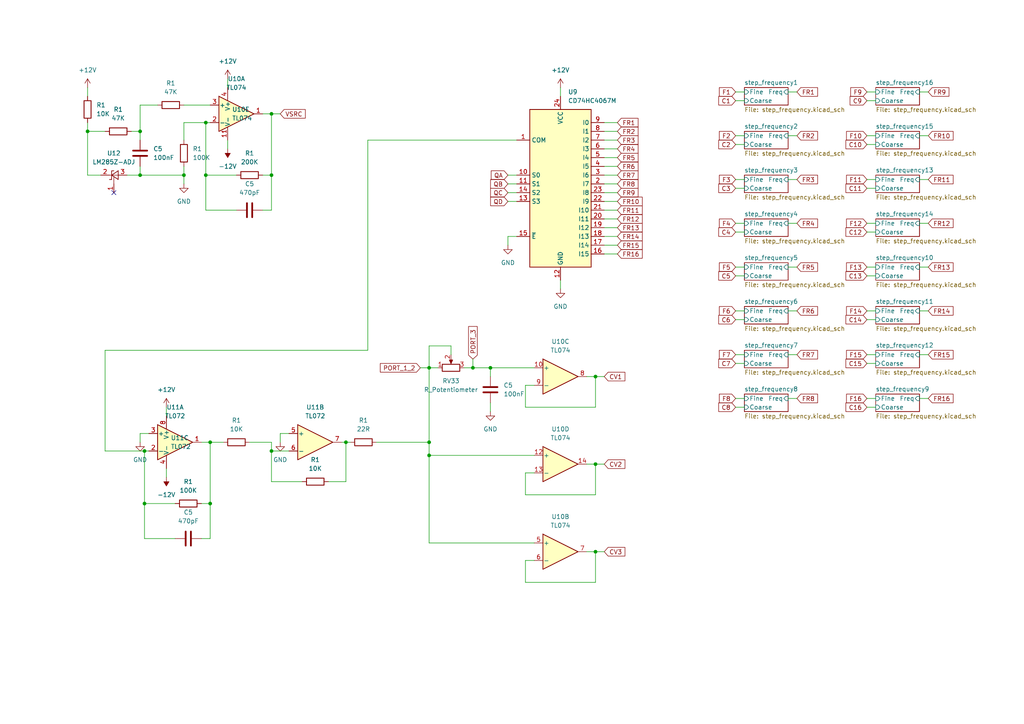
<source format=kicad_sch>
(kicad_sch (version 20230121) (generator eeschema)
  (paper "A4")
  (lib_symbols
    (symbol "74xx:CD74HC4067M"
      (property "Reference" "U" (at -8.89 22.86 0))
      (property "Value" "CD74HC4067M" (at 1.27 22.86 0))
      (symbol "CD74HC4067M_0_1"
        (rectangle (start -8.89 21.59) (end 8.89 -24.13) (stroke (width 0.254)) (fill (type background)))
      )
      (symbol "CD74HC4067M_1_1"
        (pin passive line (at -12.7 12.7 0) (length 3.81) (name "COM") (number "1"))
        (pin input line (at -12.7 2.54 0) (length 3.81) (name "S0") (number "10"))
        (pin input line (at -12.7 0 0) (length 3.81) (name "S1") (number "11"))
        (pin power_in line (at 0 -27.94 90) (length 3.81) (name "GND") (number "12"))
        (pin input line (at -12.7 -5.08 0) (length 3.81) (name "S3") (number "13"))
        (pin input line (at -12.7 -2.54 0) (length 3.81) (name "S2") (number "14"))
        (pin input line (at -12.7 -15.24 0) (length 3.81) (name "~{E}") (number "15"))
        (pin passive line (at 12.7 -20.32 180) (length 3.81) (name "I15") (number "16"))
        (pin passive line (at 12.7 -17.78 180) (length 3.81) (name "I14") (number "17"))
        (pin passive line (at 12.7 -15.24 180) (length 3.81) (name "I13") (number "18"))
        (pin passive line (at 12.7 -12.7 180) (length 3.81) (name "I12") (number "19"))
        (pin passive line (at 12.7 0 180) (length 3.81) (name "I7") (number "2"))
        (pin passive line (at 12.7 -10.16 180) (length 3.81) (name "I11") (number "20"))
        (pin passive line (at 12.7 -7.62 180) (length 3.81) (name "I10") (number "21"))
        (pin passive line (at 12.7 -5.08 180) (length 3.81) (name "I9") (number "22"))
        (pin passive line (at 12.7 -2.54 180) (length 3.81) (name "I8") (number "23"))
        (pin power_in line (at 0 25.4 270) (length 3.81) (name "VCC") (number "24"))
        (pin passive line (at 12.7 2.54 180) (length 3.81) (name "I6") (number "3"))
        (pin passive line (at 12.7 5.08 180) (length 3.81) (name "I5") (number "4"))
        (pin passive line (at 12.7 7.62 180) (length 3.81) (name "I4") (number "5"))
        (pin passive line (at 12.7 10.16 180) (length 3.81) (name "I3") (number "6"))
        (pin passive line (at 12.7 12.7 180) (length 3.81) (name "I2") (number "7"))
        (pin passive line (at 12.7 15.24 180) (length 3.81) (name "I1") (number "8"))
        (pin passive line (at 12.7 17.78 180) (length 3.81) (name "I0") (number "9"))
      )
    )
    (symbol "Amplifier_Operational:TL072" (pin_names (offset 0.127))
      (property "Reference" "U" (at 0 5.08 0))
      (property "Value" "TL072" (at 0 -5.08 0))
      (symbol "TL072_1_1"
        (polyline (pts (xy -5.08 5.08) (xy 5.08 0) (xy -5.08 -5.08) (xy -5.08 5.08)) (stroke (width 0.254)) (fill (type background)))
        (pin output line (at 7.62 0 180) (length 2.54) (name "~") (number "1"))
        (pin input line (at -7.62 -2.54 0) (length 2.54) (name "-") (number "2"))
        (pin input line (at -7.62 2.54 0) (length 2.54) (name "+") (number "3"))
      )
      (symbol "TL072_2_1"
        (polyline (pts (xy -5.08 5.08) (xy 5.08 0) (xy -5.08 -5.08) (xy -5.08 5.08)) (stroke (width 0.254)) (fill (type background)))
        (pin input line (at -7.62 2.54 0) (length 2.54) (name "+") (number "5"))
        (pin input line (at -7.62 -2.54 0) (length 2.54) (name "-") (number "6"))
        (pin output line (at 7.62 0 180) (length 2.54) (name "~") (number "7"))
      )
      (symbol "TL072_3_1"
        (pin power_in line (at -2.54 -7.62 90) (length 3.81) (name "V-") (number "4"))
        (pin power_in line (at -2.54 7.62 270) (length 3.81) (name "V+") (number "8"))
      )
    )
    (symbol "Amplifier_Operational:TL074" (pin_names (offset 0.127))
      (property "Reference" "U" (at 0 5.08 0))
      (property "Value" "TL074" (at 0 -5.08 0))
      (symbol "TL074_1_1"
        (polyline (pts (xy -5.08 5.08) (xy 5.08 0) (xy -5.08 -5.08) (xy -5.08 5.08)) (stroke (width 0.254)) (fill (type background)))
        (pin output line (at 7.62 0 180) (length 2.54) (name "~") (number "1"))
        (pin input line (at -7.62 -2.54 0) (length 2.54) (name "-") (number "2"))
        (pin input line (at -7.62 2.54 0) (length 2.54) (name "+") (number "3"))
      )
      (symbol "TL074_2_1"
        (polyline (pts (xy -5.08 5.08) (xy 5.08 0) (xy -5.08 -5.08) (xy -5.08 5.08)) (stroke (width 0.254)) (fill (type background)))
        (pin input line (at -7.62 2.54 0) (length 2.54) (name "+") (number "5"))
        (pin input line (at -7.62 -2.54 0) (length 2.54) (name "-") (number "6"))
        (pin output line (at 7.62 0 180) (length 2.54) (name "~") (number "7"))
      )
      (symbol "TL074_3_1"
        (polyline (pts (xy -5.08 5.08) (xy 5.08 0) (xy -5.08 -5.08) (xy -5.08 5.08)) (stroke (width 0.254)) (fill (type background)))
        (pin input line (at -7.62 2.54 0) (length 2.54) (name "+") (number "10"))
        (pin output line (at 7.62 0 180) (length 2.54) (name "~") (number "8"))
        (pin input line (at -7.62 -2.54 0) (length 2.54) (name "-") (number "9"))
      )
      (symbol "TL074_4_1"
        (polyline (pts (xy -5.08 5.08) (xy 5.08 0) (xy -5.08 -5.08) (xy -5.08 5.08)) (stroke (width 0.254)) (fill (type background)))
        (pin input line (at -7.62 2.54 0) (length 2.54) (name "+") (number "12"))
        (pin input line (at -7.62 -2.54 0) (length 2.54) (name "-") (number "13"))
        (pin output line (at 7.62 0 180) (length 2.54) (name "~") (number "14"))
      )
      (symbol "TL074_5_1"
        (pin power_in line (at -2.54 -7.62 90) (length 3.81) (name "V-") (number "11"))
        (pin power_in line (at -2.54 7.62 270) (length 3.81) (name "V+") (number "4"))
      )
    )
    (symbol "Device:C" (pin_numbers hide) (pin_names (offset 0.254))
      (property "Reference" "C" (at 0.635 2.54 0))
      (property "Value" "C" (at 0.635 -2.54 0))
      (symbol "C_0_1"
        (polyline (pts (xy -2.032 -0.762) (xy 2.032 -0.762)) (stroke (width 0.508)))
        (polyline (pts (xy -2.032 0.762) (xy 2.032 0.762)) (stroke (width 0.508)))
      )
      (symbol "C_1_1"
        (pin passive line (at 0 3.81 270) (length 2.794) (name "~") (number "1"))
        (pin passive line (at 0 -3.81 90) (length 2.794) (name "~") (number "2"))
      )
    )
    (symbol "Device:R" (pin_numbers hide) (pin_names (offset 0))
      (property "Reference" "R" (at 2.032 0 90))
      (property "Value" "R" (at 0 0 90))
      (symbol "R_0_1"
        (rectangle (start -1.016 -2.54) (end 1.016 2.54) (stroke (width 0.254)))
      )
      (symbol "R_1_1"
        (pin passive line (at 0 3.81 270) (length 1.27) (name "~") (number "1"))
        (pin passive line (at 0 -3.81 90) (length 1.27) (name "~") (number "2"))
      )
    )
    (symbol "Device:R_Potentiometer" (pin_names (offset 1.016) hide)
      (property "Reference" "RV" (at -4.445 0 90))
      (property "Value" "R_Potentiometer" (at -2.54 0 90))
      (symbol "R_Potentiometer_0_1"
        (polyline (pts (xy 2.54 0) (xy 1.524 0)))
        (polyline (pts (xy 1.143 0) (xy 2.286 0.508) (xy 2.286 -0.508) (xy 1.143 0)) (fill (type outline)))
        (rectangle (start 1.016 2.54) (end -1.016 -2.54) (stroke (width 0.254)))
      )
      (symbol "R_Potentiometer_1_1"
        (pin passive line (at 0 3.81 270) (length 1.27) (name "1") (number "1"))
        (pin passive line (at 3.81 0 180) (length 1.27) (name "2") (number "2"))
        (pin passive line (at 0 -3.81 90) (length 1.27) (name "3") (number "3"))
      )
    )
    (symbol "Reference_Voltage:LM285Z-ADJ" (pin_names (offset 0.0254) hide)
      (property "Reference" "U" (at 1.905 3.81 0))
      (property "Value" "LM285Z-ADJ" (at 0 -3.175 0))
      (symbol "LM285Z-ADJ_0_1"
        (polyline (pts (xy 0 2.54) (xy 0 0.381)))
        (polyline (pts (xy -1.27 0) (xy 0 0) (xy 1.27 0)))
        (polyline (pts (xy -1.27 -1.27) (xy 0.635 0) (xy -1.27 1.27) (xy -1.27 -1.27)) (stroke (width 0.2032)))
        (polyline (pts (xy 0 -1.27) (xy 0.635 -1.27) (xy 0.635 1.27) (xy 1.27 1.27)) (stroke (width 0.2032)))
      )
      (symbol "LM285Z-ADJ_1_1"
        (pin input line (at 0 5.08 270) (length 2.54) (name "FB") (number "1"))
        (pin passive line (at 3.81 0 180) (length 2.54) (name "K") (number "2"))
        (pin passive line (at -3.81 0 0) (length 2.54) (name "A") (number "3"))
      )
    )
    (symbol "power:+12V" (power) (pin_names (offset 0))
      (property "Value" "+12V" (at 0 3.556 0))
      (symbol "+12V_0_1"
        (polyline (pts (xy -0.762 1.27) (xy 0 2.54)))
        (polyline (pts (xy 0 0) (xy 0 2.54)))
        (polyline (pts (xy 0 2.54) (xy 0.762 1.27)))
      )
      (symbol "+12V_1_1"
        (pin power_in line (at 0 0 90) (length 0) hide (name "+12V") (number "1"))
      )
    )
    (symbol "power:-12V" (power) (pin_names (offset 0))
      (property "Value" "-12V" (at 0 3.81 0))
      (symbol "-12V_0_0"
        (pin power_in line (at 0 0 90) (length 0) hide (name "-12V") (number "1"))
      )
      (symbol "-12V_0_1"
        (polyline (pts (xy 0 0) (xy 0 1.27) (xy 0.762 1.27) (xy 0 2.54) (xy -0.762 1.27) (xy 0 1.27)) (fill (type outline)))
      )
    )
    (symbol "power:GND" (power) (pin_names (offset 0))
      (property "Value" "GND" (at 0 -3.81 0))
      (symbol "GND_0_1"
        (polyline (pts (xy 0 0) (xy 0 -1.27) (xy 1.27 -1.27) (xy 0 -2.54) (xy -1.27 -1.27) (xy 0 -1.27)))
      )
      (symbol "GND_1_1"
        (pin power_in line (at 0 0 270) (length 0) hide (name "GND") (number "1"))
      )
    )
  )
  (junction (at 124.46 128.27))
  (junction (at 59.69 50.8))
  (junction (at 172.72 160.02))
  (junction (at 78.74 130.81))
  (junction (at 59.69 35.56))
  (junction (at 53.34 50.8))
  (junction (at 142.24 106.68))
  (junction (at 100.33 128.27))
  (junction (at 40.64 50.8))
  (junction (at 124.46 132.08))
  (junction (at 60.96 128.27))
  (junction (at 78.74 33.02))
  (junction (at 41.91 130.81))
  (junction (at 137.16 106.68))
  (junction (at 124.46 106.68))
  (junction (at 172.72 109.22))
  (junction (at 172.72 134.62))
  (junction (at 40.64 38.1))
  (junction (at 78.74 50.8))
  (junction (at 60.96 146.05))
  (junction (at 41.91 146.05))
  (junction (at 25.4 38.1))
  (no_connect (at 33.02 55.88))
  (wire (pts (xy 175.26 55.88) (xy 179.07 55.88)))
  (wire (pts (xy 60.96 156.21) (xy 60.96 146.05)))
  (wire (pts (xy 59.69 35.56) (xy 53.34 35.56)))
  (wire (pts (xy 124.46 128.27) (xy 124.46 132.08)))
  (wire (pts (xy 175.26 45.72) (xy 179.07 45.72)))
  (wire (pts (xy 40.64 125.73) (xy 40.64 128.27)))
  (wire (pts (xy 130.81 102.87) (xy 130.81 100.33)))
  (wire (pts (xy 266.7 39.37) (xy 269.24 39.37)))
  (wire (pts (xy 213.36 102.87) (xy 215.9 102.87)))
  (wire (pts (xy 251.46 39.37) (xy 254 39.37)))
  (wire (pts (xy 172.72 118.11) (xy 172.72 109.22)))
  (wire (pts (xy 53.34 50.8) (xy 53.34 53.34)))
  (wire (pts (xy 152.4 118.11) (xy 172.72 118.11)))
  (wire (pts (xy 228.6 77.47) (xy 231.14 77.47)))
  (wire (pts (xy 152.4 111.76) (xy 152.4 118.11)))
  (wire (pts (xy 213.36 105.41) (xy 215.9 105.41)))
  (wire (pts (xy 147.32 53.34) (xy 149.86 53.34)))
  (wire (pts (xy 213.36 80.01) (xy 215.9 80.01)))
  (wire (pts (xy 251.46 102.87) (xy 254 102.87)))
  (wire (pts (xy 251.46 80.01) (xy 254 80.01)))
  (wire (pts (xy 228.6 26.67) (xy 231.14 26.67)))
  (wire (pts (xy 228.6 64.77) (xy 231.14 64.77)))
  (wire (pts (xy 72.39 128.27) (xy 78.74 128.27)))
  (wire (pts (xy 147.32 55.88) (xy 149.86 55.88)))
  (wire (pts (xy 127 106.68) (xy 124.46 106.68)))
  (wire (pts (xy 213.36 77.47) (xy 215.9 77.47)))
  (wire (pts (xy 213.36 29.21) (xy 215.9 29.21)))
  (wire (pts (xy 53.34 30.48) (xy 60.96 30.48)))
  (wire (pts (xy 172.72 134.62) (xy 175.26 134.62)))
  (wire (pts (xy 60.96 128.27) (xy 64.77 128.27)))
  (wire (pts (xy 124.46 132.08) (xy 154.94 132.08)))
  (wire (pts (xy 66.04 22.86) (xy 66.04 25.4)))
  (wire (pts (xy 147.32 58.42) (xy 149.86 58.42)))
  (wire (pts (xy 152.4 137.16) (xy 152.4 143.51)))
  (wire (pts (xy 251.46 67.31) (xy 254 67.31)))
  (wire (pts (xy 154.94 137.16) (xy 152.4 137.16)))
  (wire (pts (xy 154.94 162.56) (xy 152.4 162.56)))
  (wire (pts (xy 251.46 118.11) (xy 254 118.11)))
  (wire (pts (xy 251.46 105.41) (xy 254 105.41)))
  (wire (pts (xy 53.34 35.56) (xy 53.34 40.64)))
  (wire (pts (xy 152.4 162.56) (xy 152.4 168.91)))
  (wire (pts (xy 109.22 128.27) (xy 124.46 128.27)))
  (wire (pts (xy 213.36 39.37) (xy 215.9 39.37)))
  (wire (pts (xy 152.4 143.51) (xy 172.72 143.51)))
  (wire (pts (xy 213.36 54.61) (xy 215.9 54.61)))
  (wire (pts (xy 251.46 26.67) (xy 254 26.67)))
  (wire (pts (xy 25.4 50.8) (xy 25.4 38.1)))
  (wire (pts (xy 213.36 41.91) (xy 215.9 41.91)))
  (wire (pts (xy 266.7 26.67) (xy 269.24 26.67)))
  (wire (pts (xy 76.2 50.8) (xy 78.74 50.8)))
  (wire (pts (xy 30.48 101.6) (xy 30.48 130.81)))
  (wire (pts (xy 213.36 118.11) (xy 215.9 118.11)))
  (wire (pts (xy 172.72 109.22) (xy 175.26 109.22)))
  (wire (pts (xy 50.8 156.21) (xy 41.91 156.21)))
  (wire (pts (xy 100.33 139.7) (xy 100.33 128.27)))
  (wire (pts (xy 251.46 52.07) (xy 254 52.07)))
  (wire (pts (xy 251.46 41.91) (xy 254 41.91)))
  (wire (pts (xy 124.46 157.48) (xy 154.94 157.48)))
  (wire (pts (xy 266.7 64.77) (xy 269.24 64.77)))
  (wire (pts (xy 87.63 139.7) (xy 78.74 139.7)))
  (wire (pts (xy 25.4 38.1) (xy 25.4 35.56)))
  (wire (pts (xy 137.16 106.68) (xy 142.24 106.68)))
  (wire (pts (xy 60.96 128.27) (xy 58.42 128.27)))
  (wire (pts (xy 59.69 60.96) (xy 59.69 50.8)))
  (wire (pts (xy 45.72 30.48) (xy 40.64 30.48)))
  (wire (pts (xy 147.32 68.58) (xy 147.32 71.12)))
  (wire (pts (xy 40.64 38.1) (xy 38.1 38.1)))
  (wire (pts (xy 152.4 168.91) (xy 172.72 168.91)))
  (wire (pts (xy 60.96 35.56) (xy 59.69 35.56)))
  (wire (pts (xy 213.36 52.07) (xy 215.9 52.07)))
  (wire (pts (xy 40.64 30.48) (xy 40.64 38.1)))
  (wire (pts (xy 25.4 25.4) (xy 25.4 27.94)))
  (wire (pts (xy 266.7 52.07) (xy 269.24 52.07)))
  (wire (pts (xy 106.68 40.64) (xy 106.68 101.6)))
  (wire (pts (xy 162.56 25.4) (xy 162.56 27.94)))
  (wire (pts (xy 213.36 115.57) (xy 215.9 115.57)))
  (wire (pts (xy 175.26 35.56) (xy 179.07 35.56)))
  (wire (pts (xy 172.72 109.22) (xy 170.18 109.22)))
  (wire (pts (xy 175.26 71.12) (xy 179.07 71.12)))
  (wire (pts (xy 99.06 128.27) (xy 100.33 128.27)))
  (wire (pts (xy 29.21 50.8) (xy 25.4 50.8)))
  (wire (pts (xy 266.7 90.17) (xy 269.24 90.17)))
  (wire (pts (xy 175.26 40.64) (xy 179.07 40.64)))
  (wire (pts (xy 48.26 118.11) (xy 48.26 120.65)))
  (wire (pts (xy 48.26 135.89) (xy 48.26 138.43)))
  (wire (pts (xy 228.6 90.17) (xy 231.14 90.17)))
  (wire (pts (xy 213.36 26.67) (xy 215.9 26.67)))
  (wire (pts (xy 213.36 64.77) (xy 215.9 64.77)))
  (wire (pts (xy 66.04 40.64) (xy 66.04 43.18)))
  (wire (pts (xy 58.42 156.21) (xy 60.96 156.21)))
  (wire (pts (xy 78.74 33.02) (xy 81.28 33.02)))
  (wire (pts (xy 149.86 68.58) (xy 147.32 68.58)))
  (wire (pts (xy 213.36 92.71) (xy 215.9 92.71)))
  (wire (pts (xy 266.7 77.47) (xy 269.24 77.47)))
  (wire (pts (xy 251.46 90.17) (xy 254 90.17)))
  (wire (pts (xy 59.69 50.8) (xy 68.58 50.8)))
  (wire (pts (xy 40.64 40.64) (xy 40.64 38.1)))
  (wire (pts (xy 266.7 115.57) (xy 269.24 115.57)))
  (wire (pts (xy 175.26 68.58) (xy 179.07 68.58)))
  (wire (pts (xy 59.69 50.8) (xy 59.69 35.56)))
  (wire (pts (xy 142.24 106.68) (xy 142.24 109.22)))
  (wire (pts (xy 175.26 73.66) (xy 179.07 73.66)))
  (wire (pts (xy 68.58 60.96) (xy 59.69 60.96)))
  (wire (pts (xy 76.2 60.96) (xy 78.74 60.96)))
  (wire (pts (xy 175.26 43.18) (xy 179.07 43.18)))
  (wire (pts (xy 251.46 77.47) (xy 254 77.47)))
  (wire (pts (xy 36.83 50.8) (xy 40.64 50.8)))
  (wire (pts (xy 172.72 160.02) (xy 175.26 160.02)))
  (wire (pts (xy 40.64 48.26) (xy 40.64 50.8)))
  (wire (pts (xy 175.26 53.34) (xy 179.07 53.34)))
  (wire (pts (xy 41.91 130.81) (xy 43.18 130.81)))
  (wire (pts (xy 124.46 132.08) (xy 124.46 157.48)))
  (wire (pts (xy 175.26 60.96) (xy 179.07 60.96)))
  (wire (pts (xy 41.91 146.05) (xy 41.91 130.81)))
  (wire (pts (xy 266.7 102.87) (xy 269.24 102.87)))
  (wire (pts (xy 30.48 130.81) (xy 41.91 130.81)))
  (wire (pts (xy 172.72 168.91) (xy 172.72 160.02)))
  (wire (pts (xy 172.72 143.51) (xy 172.72 134.62)))
  (wire (pts (xy 78.74 128.27) (xy 78.74 130.81)))
  (wire (pts (xy 251.46 64.77) (xy 254 64.77)))
  (wire (pts (xy 78.74 130.81) (xy 83.82 130.81)))
  (wire (pts (xy 228.6 39.37) (xy 231.14 39.37)))
  (wire (pts (xy 175.26 58.42) (xy 179.07 58.42)))
  (wire (pts (xy 124.46 100.33) (xy 124.46 106.68)))
  (wire (pts (xy 228.6 52.07) (xy 231.14 52.07)))
  (wire (pts (xy 175.26 50.8) (xy 179.07 50.8)))
  (wire (pts (xy 100.33 128.27) (xy 101.6 128.27)))
  (wire (pts (xy 95.25 139.7) (xy 100.33 139.7)))
  (wire (pts (xy 251.46 29.21) (xy 254 29.21)))
  (wire (pts (xy 213.36 67.31) (xy 215.9 67.31)))
  (wire (pts (xy 154.94 111.76) (xy 152.4 111.76)))
  (wire (pts (xy 78.74 60.96) (xy 78.74 50.8)))
  (wire (pts (xy 137.16 104.14) (xy 137.16 106.68)))
  (wire (pts (xy 251.46 115.57) (xy 254 115.57)))
  (wire (pts (xy 25.4 38.1) (xy 30.48 38.1)))
  (wire (pts (xy 175.26 48.26) (xy 179.07 48.26)))
  (wire (pts (xy 228.6 102.87) (xy 231.14 102.87)))
  (wire (pts (xy 172.72 160.02) (xy 170.18 160.02)))
  (wire (pts (xy 162.56 81.28) (xy 162.56 83.82)))
  (wire (pts (xy 53.34 48.26) (xy 53.34 50.8)))
  (wire (pts (xy 149.86 40.64) (xy 106.68 40.64)))
  (wire (pts (xy 134.62 106.68) (xy 137.16 106.68)))
  (wire (pts (xy 50.8 146.05) (xy 41.91 146.05)))
  (wire (pts (xy 142.24 106.68) (xy 154.94 106.68)))
  (wire (pts (xy 40.64 50.8) (xy 53.34 50.8)))
  (wire (pts (xy 41.91 156.21) (xy 41.91 146.05)))
  (wire (pts (xy 78.74 139.7) (xy 78.74 130.81)))
  (wire (pts (xy 78.74 50.8) (xy 78.74 33.02)))
  (wire (pts (xy 213.36 90.17) (xy 215.9 90.17)))
  (wire (pts (xy 83.82 125.73) (xy 81.28 125.73)))
  (wire (pts (xy 228.6 115.57) (xy 231.14 115.57)))
  (wire (pts (xy 175.26 63.5) (xy 179.07 63.5)))
  (wire (pts (xy 175.26 38.1) (xy 179.07 38.1)))
  (wire (pts (xy 251.46 92.71) (xy 254 92.71)))
  (wire (pts (xy 147.32 50.8) (xy 149.86 50.8)))
  (wire (pts (xy 60.96 146.05) (xy 60.96 128.27)))
  (wire (pts (xy 130.81 100.33) (xy 124.46 100.33)))
  (wire (pts (xy 142.24 116.84) (xy 142.24 119.38)))
  (wire (pts (xy 124.46 106.68) (xy 124.46 128.27)))
  (wire (pts (xy 251.46 54.61) (xy 254 54.61)))
  (wire (pts (xy 81.28 125.73) (xy 81.28 128.27)))
  (wire (pts (xy 43.18 125.73) (xy 40.64 125.73)))
  (wire (pts (xy 78.74 33.02) (xy 76.2 33.02)))
  (wire (pts (xy 106.68 101.6) (xy 30.48 101.6)))
  (wire (pts (xy 121.92 106.68) (xy 124.46 106.68)))
  (wire (pts (xy 172.72 134.62) (xy 170.18 134.62)))
  (wire (pts (xy 58.42 146.05) (xy 60.96 146.05)))
  (wire (pts (xy 175.26 66.04) (xy 179.07 66.04)))
  (global_label "FR14" (shape input) (at 179.07 68.58 0) (property "Intersheetrefs" "${INTERSHEET_REFS}" (effects hide)))
  (global_label "FR6" (shape input) (at 179.07 48.26 0) (property "Intersheetrefs" "${INTERSHEET_REFS}" (effects hide)))
  (global_label "FR16" (shape input) (at 179.07 73.66 0) (property "Intersheetrefs" "${INTERSHEET_REFS}" (effects hide)))
  (global_label "FR11" (shape input) (at 179.07 60.96 0) (property "Intersheetrefs" "${INTERSHEET_REFS}" (effects hide)))
  (global_label "VSRC" (shape input) (at 81.28 33.02 0) (property "Intersheetrefs" "${INTERSHEET_REFS}" (effects hide)))
  (global_label "FR11" (shape input) (at 269.24 52.07 0) (property "Intersheetrefs" "${INTERSHEET_REFS}" (effects hide)))
  (global_label "CV2" (shape input) (at 175.26 134.62 0) (property "Intersheetrefs" "${INTERSHEET_REFS}" (effects hide)))
  (global_label "F4" (shape input) (at 213.36 64.77 180) (property "Intersheetrefs" "${INTERSHEET_REFS}" (effects hide)))
  (global_label "F5" (shape input) (at 213.36 77.47 180) (property "Intersheetrefs" "${INTERSHEET_REFS}" (effects hide)))
  (global_label "C6" (shape input) (at 213.36 92.71 180) (property "Intersheetrefs" "${INTERSHEET_REFS}" (effects hide)))
  (global_label "QC" (shape input) (at 147.32 55.88 180) (property "Intersheetrefs" "${INTERSHEET_REFS}" (effects hide)))
  (global_label "C12" (shape input) (at 251.46 67.31 180) (property "Intersheetrefs" "${INTERSHEET_REFS}" (effects hide)))
  (global_label "FR4" (shape input) (at 231.14 64.77 0) (property "Intersheetrefs" "${INTERSHEET_REFS}" (effects hide)))
  (global_label "F13" (shape input) (at 251.46 77.47 180) (property "Intersheetrefs" "${INTERSHEET_REFS}" (effects hide)))
  (global_label "QA" (shape input) (at 147.32 50.8 180) (property "Intersheetrefs" "${INTERSHEET_REFS}" (effects hide)))
  (global_label "C2" (shape input) (at 213.36 41.91 180) (property "Intersheetrefs" "${INTERSHEET_REFS}" (effects hide)))
  (global_label "FR12" (shape input) (at 179.07 63.5 0) (property "Intersheetrefs" "${INTERSHEET_REFS}" (effects hide)))
  (global_label "FR2" (shape input) (at 179.07 38.1 0) (property "Intersheetrefs" "${INTERSHEET_REFS}" (effects hide)))
  (global_label "F7" (shape input) (at 213.36 102.87 180) (property "Intersheetrefs" "${INTERSHEET_REFS}" (effects hide)))
  (global_label "FR16" (shape input) (at 269.24 115.57 0) (property "Intersheetrefs" "${INTERSHEET_REFS}" (effects hide)))
  (global_label "F11" (shape input) (at 251.46 52.07 180) (property "Intersheetrefs" "${INTERSHEET_REFS}" (effects hide)))
  (global_label "C14" (shape input) (at 251.46 92.71 180) (property "Intersheetrefs" "${INTERSHEET_REFS}" (effects hide)))
  (global_label "CV1" (shape input) (at 175.26 109.22 0) (property "Intersheetrefs" "${INTERSHEET_REFS}" (effects hide)))
  (global_label "C16" (shape input) (at 251.46 118.11 180) (property "Intersheetrefs" "${INTERSHEET_REFS}" (effects hide)))
  (global_label "FR9" (shape input) (at 269.24 26.67 0) (property "Intersheetrefs" "${INTERSHEET_REFS}" (effects hide)))
  (global_label "FR3" (shape input) (at 231.14 52.07 0) (property "Intersheetrefs" "${INTERSHEET_REFS}" (effects hide)))
  (global_label "FR12" (shape input) (at 269.24 64.77 0) (property "Intersheetrefs" "${INTERSHEET_REFS}" (effects hide)))
  (global_label "F10" (shape input) (at 251.46 39.37 180) (property "Intersheetrefs" "${INTERSHEET_REFS}" (effects hide)))
  (global_label "F3" (shape input) (at 213.36 52.07 180) (property "Intersheetrefs" "${INTERSHEET_REFS}" (effects hide)))
  (global_label "F12" (shape input) (at 251.46 64.77 180) (property "Intersheetrefs" "${INTERSHEET_REFS}" (effects hide)))
  (global_label "FR14" (shape input) (at 269.24 90.17 0) (property "Intersheetrefs" "${INTERSHEET_REFS}" (effects hide)))
  (global_label "PORT_1_2" (shape input) (at 121.92 106.68 180) (property "Intersheetrefs" "${INTERSHEET_REFS}" (effects hide)))
  (global_label "C15" (shape input) (at 251.46 105.41 180) (property "Intersheetrefs" "${INTERSHEET_REFS}" (effects hide)))
  (global_label "C3" (shape input) (at 213.36 54.61 180) (property "Intersheetrefs" "${INTERSHEET_REFS}" (effects hide)))
  (global_label "F14" (shape input) (at 251.46 90.17 180) (property "Intersheetrefs" "${INTERSHEET_REFS}" (effects hide)))
  (global_label "FR13" (shape input) (at 179.07 66.04 0) (property "Intersheetrefs" "${INTERSHEET_REFS}" (effects hide)))
  (global_label "FR2" (shape input) (at 231.14 39.37 0) (property "Intersheetrefs" "${INTERSHEET_REFS}" (effects hide)))
  (global_label "F2" (shape input) (at 213.36 39.37 180) (property "Intersheetrefs" "${INTERSHEET_REFS}" (effects hide)))
  (global_label "FR13" (shape input) (at 269.24 77.47 0) (property "Intersheetrefs" "${INTERSHEET_REFS}" (effects hide)))
  (global_label "FR4" (shape input) (at 179.07 43.18 0) (property "Intersheetrefs" "${INTERSHEET_REFS}" (effects hide)))
  (global_label "C10" (shape input) (at 251.46 41.91 180) (property "Intersheetrefs" "${INTERSHEET_REFS}" (effects hide)))
  (global_label "FR5" (shape input) (at 179.07 45.72 0) (property "Intersheetrefs" "${INTERSHEET_REFS}" (effects hide)))
  (global_label "QD" (shape input) (at 147.32 58.42 180) (property "Intersheetrefs" "${INTERSHEET_REFS}" (effects hide)))
  (global_label "FR1" (shape input) (at 179.07 35.56 0) (property "Intersheetrefs" "${INTERSHEET_REFS}" (effects hide)))
  (global_label "FR7" (shape input) (at 231.14 102.87 0) (property "Intersheetrefs" "${INTERSHEET_REFS}" (effects hide)))
  (global_label "FR5" (shape input) (at 231.14 77.47 0) (property "Intersheetrefs" "${INTERSHEET_REFS}" (effects hide)))
  (global_label "FR10" (shape input) (at 179.07 58.42 0) (property "Intersheetrefs" "${INTERSHEET_REFS}" (effects hide)))
  (global_label "C11" (shape input) (at 251.46 54.61 180) (property "Intersheetrefs" "${INTERSHEET_REFS}" (effects hide)))
  (global_label "FR15" (shape input) (at 179.07 71.12 0) (property "Intersheetrefs" "${INTERSHEET_REFS}" (effects hide)))
  (global_label "FR10" (shape input) (at 269.24 39.37 0) (property "Intersheetrefs" "${INTERSHEET_REFS}" (effects hide)))
  (global_label "F16" (shape input) (at 251.46 115.57 180) (property "Intersheetrefs" "${INTERSHEET_REFS}" (effects hide)))
  (global_label "C8" (shape input) (at 213.36 118.11 180) (property "Intersheetrefs" "${INTERSHEET_REFS}" (effects hide)))
  (global_label "F9" (shape input) (at 251.46 26.67 180) (property "Intersheetrefs" "${INTERSHEET_REFS}" (effects hide)))
  (global_label "FR6" (shape input) (at 231.14 90.17 0) (property "Intersheetrefs" "${INTERSHEET_REFS}" (effects hide)))
  (global_label "FR15" (shape input) (at 269.24 102.87 0) (property "Intersheetrefs" "${INTERSHEET_REFS}" (effects hide)))
  (global_label "PORT_3" (shape input) (at 137.16 104.14 90) (property "Intersheetrefs" "${INTERSHEET_REFS}" (effects hide)))
  (global_label "F1" (shape input) (at 213.36 26.67 180) (property "Intersheetrefs" "${INTERSHEET_REFS}" (effects hide)))
  (global_label "FR9" (shape input) (at 179.07 55.88 0) (property "Intersheetrefs" "${INTERSHEET_REFS}" (effects hide)))
  (global_label "CV3" (shape input) (at 175.26 160.02 0) (property "Intersheetrefs" "${INTERSHEET_REFS}" (effects hide)))
  (global_label "F8" (shape input) (at 213.36 115.57 180) (property "Intersheetrefs" "${INTERSHEET_REFS}" (effects hide)))
  (global_label "C5" (shape input) (at 213.36 80.01 180) (property "Intersheetrefs" "${INTERSHEET_REFS}" (effects hide)))
  (global_label "FR1" (shape input) (at 231.14 26.67 0) (property "Intersheetrefs" "${INTERSHEET_REFS}" (effects hide)))
  (global_label "C4" (shape input) (at 213.36 67.31 180) (property "Intersheetrefs" "${INTERSHEET_REFS}" (effects hide)))
  (global_label "C7" (shape input) (at 213.36 105.41 180) (property "Intersheetrefs" "${INTERSHEET_REFS}" (effects hide)))
  (global_label "FR7" (shape input) (at 179.07 50.8 0) (property "Intersheetrefs" "${INTERSHEET_REFS}" (effects hide)))
  (global_label "QB" (shape input) (at 147.32 53.34 180) (property "Intersheetrefs" "${INTERSHEET_REFS}" (effects hide)))
  (global_label "C13" (shape input) (at 251.46 80.01 180) (property "Intersheetrefs" "${INTERSHEET_REFS}" (effects hide)))
  (global_label "F15" (shape input) (at 251.46 102.87 180) (property "Intersheetrefs" "${INTERSHEET_REFS}" (effects hide)))
  (global_label "C9" (shape input) (at 251.46 29.21 180) (property "Intersheetrefs" "${INTERSHEET_REFS}" (effects hide)))
  (global_label "C1" (shape input) (at 213.36 29.21 180) (property "Intersheetrefs" "${INTERSHEET_REFS}" (effects hide)))
  (global_label "FR8" (shape input) (at 231.14 115.57 0) (property "Intersheetrefs" "${INTERSHEET_REFS}" (effects hide)))
  (global_label "FR8" (shape input) (at 179.07 53.34 0) (property "Intersheetrefs" "${INTERSHEET_REFS}" (effects hide)))
  (global_label "F6" (shape input) (at 213.36 90.17 180) (property "Intersheetrefs" "${INTERSHEET_REFS}" (effects hide)))
  (global_label "FR3" (shape input) (at 179.07 40.64 0) (property "Intersheetrefs" "${INTERSHEET_REFS}" (effects hide)))
  (symbol (lib_id "Amplifier_Operational:TL074") (at 68.58 33.02 0) (unit 5)
    (property "Reference" "U10" (at 67.31 31.75 0) (effects (justify left)))
    (property "Value" "TL074" (at 67.31 34.29 0) (effects (justify left)))
    (property "Footprint" "Package_DIP:DIP-14_W7.62mm_Socket_LongPads" (effects hide))
    (property "Datasheet" "http://www.ti.com/lit/ds/symlink/tl071.pdf" (effects hide))
  )
  (symbol (lib_id "Amplifier_Operational:TL074") (at 162.56 134.62 0) (unit 4)
    (property "Reference" "U10" (at 162.56 124.46 0))
    (property "Value" "TL074" (at 162.56 127 0))
    (property "Footprint" "Package_DIP:DIP-14_W7.62mm_Socket_LongPads" (effects hide))
    (property "Datasheet" "http://www.ti.com/lit/ds/symlink/tl071.pdf" (effects hide))
  )
  (symbol (lib_id "Amplifier_Operational:TL072") (at 50.8 128.27 0) (unit 3)
    (property "Reference" "U11" (at 49.53 127 0) (effects (justify left)))
    (property "Value" "TL072" (at 49.53 129.54 0) (effects (justify left)))
    (property "Footprint" "Package_DIP:DIP-8_W7.62mm_Socket_LongPads" (effects hide))
    (property "Datasheet" "http://www.ti.com/lit/ds/symlink/tl071.pdf" (effects hide))
  )
  (symbol (lib_id "Device:R") (at 34.29 38.1 270) (unit 1)
    (property "Reference" "R1" (at 34.29 31.75 90))
    (property "Value" "47K" (at 34.29 34.29 90))
    (property "Footprint" "Library:R_Axial_DIN0207_L6.3mm_D2.5mm_P7.62mm_Horizontal" (effects hide))
    (instances (project "Sequencer" (path "" (reference "R1") (unit 1)) (path "" (reference "R7") (unit 1)) (path "" (reference "R80") (unit 1))))
  )
  (symbol (lib_id "Amplifier_Operational:TL074") (at 162.56 160.02 0) (unit 2)
    (property "Reference" "U10" (at 162.56 149.86 0))
    (property "Value" "TL074" (at 162.56 152.4 0))
    (property "Footprint" "Package_DIP:DIP-14_W7.62mm_Socket_LongPads" (effects hide))
    (property "Datasheet" "http://www.ti.com/lit/ds/symlink/tl071.pdf" (effects hide))
  )
  (symbol (lib_id "Amplifier_Operational:TL074") (at 162.56 109.22 0) (unit 3)
    (property "Reference" "U10" (at 162.56 99.06 0))
    (property "Value" "TL074" (at 162.56 101.6 0))
    (property "Footprint" "Package_DIP:DIP-14_W7.62mm_Socket_LongPads" (effects hide))
    (property "Datasheet" "http://www.ti.com/lit/ds/symlink/tl071.pdf" (effects hide))
  )
  (symbol (lib_id "Device:R_Potentiometer") (at 130.81 106.68 90) (unit 1) (on_board no)
    (property "Reference" "RV33" (at 130.81 110.49 90))
    (property "Value" "R_Potentiometer" (at 130.81 113.03 90))
  )
  (symbol (lib_id "power:GND") (at 53.34 53.34 0) (unit 1)
    (property "Reference" "#PWR0106" (effects hide))
    (property "Value" "GND" (at 53.34 58.42 0))
  )
  (symbol (lib_id "power:+12V") (at 66.04 22.86 0) (unit 1)
    (property "Reference" "#PWR0107" (effects hide))
    (property "Value" "+12V" (at 66.04 17.78 0))
  )
  (symbol (lib_id "Device:C") (at 72.39 60.96 270) (unit 1)
    (property "Reference" "C5" (at 72.39 53.34 90))
    (property "Value" "470pF" (at 72.39 55.88 90))
    (property "Footprint" "Capacitor_THT:C_Disc_D5.0mm_W2.5mm_P2.50mm" (effects hide))
    (instances (project "Sequencer" (path "" (reference "C5") (unit 1)) (path "" (reference "C2") (unit 1)) (path "" (reference "C14") (unit 1)) (path "" (reference "C25") (unit 1))))
  )
  (symbol (lib_id "power:GND") (at 40.64 128.27 0) (unit 1)
    (property "Reference" "#PWR0111" (effects hide))
    (property "Value" "GND" (at 40.64 133.35 0))
  )
  (symbol (lib_id "power:GND") (at 162.56 83.82 0) (unit 1)
    (property "Reference" "#PWR0101" (effects hide))
    (property "Value" "GND" (at 162.56 88.9 0))
  )
  (symbol (lib_id "power:GND") (at 147.32 71.12 0) (unit 1)
    (property "Reference" "#PWR0103" (effects hide))
    (property "Value" "GND" (at 147.32 76.2 0))
  )
  (symbol (lib_id "Device:C") (at 54.61 156.21 270) (unit 1)
    (property "Reference" "C5" (at 54.61 148.59 90))
    (property "Value" "470pF" (at 54.61 151.13 90))
    (property "Footprint" "Capacitor_THT:C_Disc_D5.0mm_W2.5mm_P2.50mm" (effects hide))
    (instances (project "Sequencer" (path "" (reference "C5") (unit 1)) (path "" (reference "C2") (unit 1)) (path "" (reference "C14") (unit 1)) (path "" (reference "C27") (unit 1))))
  )
  (symbol (lib_id "Amplifier_Operational:TL072") (at 50.8 128.27 0) (unit 1)
    (property "Reference" "U11" (at 50.8 118.11 0))
    (property "Value" "TL072" (at 50.8 120.65 0))
    (property "Footprint" "Package_DIP:DIP-8_W7.62mm_Socket_LongPads" (effects hide))
    (property "Datasheet" "http://www.ti.com/lit/ds/symlink/tl071.pdf" (effects hide))
  )
  (symbol (lib_id "Amplifier_Operational:TL074") (at 68.58 33.02 0) (unit 1)
    (property "Reference" "U10" (at 68.58 22.86 0))
    (property "Value" "TL074" (at 68.58 25.4 0))
    (property "Footprint" "Package_DIP:DIP-14_W7.62mm_Socket_LongPads" (effects hide))
    (property "Datasheet" "http://www.ti.com/lit/ds/symlink/tl071.pdf" (effects hide))
  )
  (symbol (lib_id "Device:R") (at 91.44 139.7 270) (unit 1)
    (property "Reference" "R1" (at 91.44 133.35 90))
    (property "Value" "10K" (at 91.44 135.89 90))
    (property "Footprint" "Library:R_Axial_DIN0207_L6.3mm_D2.5mm_P7.62mm_Horizontal" (effects hide))
    (instances (project "Sequencer" (path "" (reference "R1") (unit 1)) (path "" (reference "R7") (unit 1)) (path "" (reference "R87") (unit 1))))
  )
  (symbol (lib_id "Amplifier_Operational:TL072") (at 91.44 128.27 0) (unit 2)
    (property "Reference" "U11" (at 91.44 118.11 0))
    (property "Value" "TL072" (at 91.44 120.65 0))
    (property "Footprint" "Package_DIP:DIP-8_W7.62mm_Socket_LongPads" (effects hide))
    (property "Datasheet" "http://www.ti.com/lit/ds/symlink/tl071.pdf" (effects hide))
  )
  (symbol (lib_id "power:-12V") (at 66.04 43.18 180) (unit 1)
    (property "Reference" "#PWR0105" (effects hide))
    (property "Value" "-12V" (at 66.04 48.26 0))
  )
  (symbol (lib_id "power:GND") (at 142.24 119.38 0) (unit 1)
    (property "Reference" "#PWR0108" (effects hide))
    (property "Value" "GND" (at 142.24 124.46 0))
  )
  (symbol (lib_id "74xx:CD74HC4067M") (at 162.56 53.34 0) (unit 1)
    (property "Reference" "U9" (at 164.7541 26.67 0) (effects (justify left)))
    (property "Value" "CD74HC4067M" (at 164.7541 29.21 0) (effects (justify left)))
    (property "Footprint" "Package_DIP:DIP-24_W15.24mm_Socket_LongPads" (effects hide))
    (property "Datasheet" "http://www.ti.com/lit/ds/symlink/cd74hc4067.pdf" (effects hide))
  )
  (symbol (lib_id "Device:R") (at 49.53 30.48 270) (unit 1)
    (property "Reference" "R1" (at 49.53 24.13 90))
    (property "Value" "47K" (at 49.53 26.67 90))
    (property "Footprint" "Library:R_Axial_DIN0207_L6.3mm_D2.5mm_P7.62mm_Horizontal" (effects hide))
    (instances (project "Sequencer" (path "" (reference "R1") (unit 1)) (path "" (reference "R7") (unit 1)) (path "" (reference "R81") (unit 1))))
  )
  (symbol (lib_id "Device:R") (at 25.4 31.75 180) (unit 1)
    (property "Reference" "R1" (at 27.94 30.48 0) (effects (justify right)))
    (property "Value" "10K" (at 27.94 33.02 0) (effects (justify right)))
    (property "Footprint" "Library:R_Axial_DIN0207_L6.3mm_D2.5mm_P7.62mm_Horizontal" (effects hide))
    (instances (project "Sequencer" (path "" (reference "R1") (unit 1)) (path "" (reference "R7") (unit 1)) (path "" (reference "R79") (unit 1))))
  )
  (symbol (lib_id "power:-12V") (at 48.26 138.43 180) (unit 1)
    (property "Reference" "#PWR0109" (effects hide))
    (property "Value" "-12V" (at 48.26 143.51 0))
  )
  (symbol (lib_id "Device:R") (at 68.58 128.27 270) (unit 1)
    (property "Reference" "R1" (at 68.58 121.92 90))
    (property "Value" "10K" (at 68.58 124.46 90))
    (property "Footprint" "Library:R_Axial_DIN0207_L6.3mm_D2.5mm_P7.62mm_Horizontal" (effects hide))
    (instances (project "Sequencer" (path "" (reference "R1") (unit 1)) (path "" (reference "R7") (unit 1)) (path "" (reference "R85") (unit 1))))
  )
  (symbol (lib_id "Device:R") (at 53.34 44.45 180) (unit 1)
    (property "Reference" "R1" (at 55.88 43.18 0) (effects (justify right)))
    (property "Value" "100K" (at 55.88 45.72 0) (effects (justify right)))
    (property "Footprint" "Library:R_Axial_DIN0207_L6.3mm_D2.5mm_P7.62mm_Horizontal" (effects hide))
    (instances (project "Sequencer" (path "" (reference "R1") (unit 1)) (path "" (reference "R7") (unit 1)) (path "" (reference "R82") (unit 1))))
  )
  (symbol (lib_id "power:GND") (at 81.28 128.27 0) (unit 1)
    (property "Reference" "#PWR0112" (effects hide))
    (property "Value" "GND" (at 81.28 133.35 0))
  )
  (symbol (lib_id "Device:R") (at 105.41 128.27 270) (unit 1)
    (property "Reference" "R1" (at 105.41 121.92 90))
    (property "Value" "22R" (at 105.41 124.46 90))
    (property "Footprint" "Library:R_Axial_DIN0207_L6.3mm_D2.5mm_P7.62mm_Horizontal" (effects hide))
    (instances (project "Sequencer" (path "" (reference "R1") (unit 1)) (path "" (reference "R7") (unit 1)) (path "" (reference "R86") (unit 1))))
  )
  (symbol (lib_id "power:+12V") (at 25.4 25.4 0) (unit 1)
    (property "Reference" "#PWR0104" (effects hide))
    (property "Value" "+12V" (at 25.4 20.32 0))
  )
  (symbol (lib_id "power:+12V") (at 162.56 25.4 0) (unit 1)
    (property "Reference" "#PWR0102" (effects hide))
    (property "Value" "+12V" (at 162.56 20.32 0))
  )
  (symbol (lib_id "Device:R") (at 72.39 50.8 270) (unit 1)
    (property "Reference" "R1" (at 72.39 44.45 90))
    (property "Value" "200K" (at 72.39 46.99 90))
    (property "Footprint" "Library:R_Axial_DIN0207_L6.3mm_D2.5mm_P7.62mm_Horizontal" (effects hide))
    (instances (project "Sequencer" (path "" (reference "R1") (unit 1)) (path "" (reference "R7") (unit 1)) (path "" (reference "R83") (unit 1))))
  )
  (symbol (lib_id "Device:C") (at 40.64 44.45 180) (unit 1)
    (property "Reference" "C5" (at 44.45 43.18 0) (effects (justify right)))
    (property "Value" "100nF" (at 44.45 45.72 0) (effects (justify right)))
    (property "Footprint" "Capacitor_THT:C_Disc_D5.0mm_W2.5mm_P2.50mm" (effects hide))
    (instances (project "Sequencer" (path "" (reference "C5") (unit 1)) (path "" (reference "C2") (unit 1)) (path "" (reference "C14") (unit 1)) (path "" (reference "C24") (unit 1))))
  )
  (symbol (lib_id "Reference_Voltage:LM285Z-ADJ") (at 33.02 50.8 180) (unit 1)
    (property "Reference" "U12" (at 33.02 44.45 0))
    (property "Value" "LM285Z-ADJ" (at 33.02 46.99 0))
    (property "Footprint" "Package_TO_SOT_THT:TO-92_Inline" (effects hide))
    (property "Datasheet" "http://www.ti.com/lit/ds/symlink/lm185-adj.pdf" (effects hide))
  )
  (symbol (lib_id "power:+12V") (at 48.26 118.11 0) (unit 1)
    (property "Reference" "#PWR0110" (effects hide))
    (property "Value" "+12V" (at 48.26 113.03 0))
  )
  (symbol (lib_id "Device:R") (at 54.61 146.05 270) (unit 1)
    (property "Reference" "R1" (at 54.61 139.7 90))
    (property "Value" "100K" (at 54.61 142.24 90))
    (property "Footprint" "Library:R_Axial_DIN0207_L6.3mm_D2.5mm_P7.62mm_Horizontal" (effects hide))
    (instances (project "Sequencer" (path "" (reference "R1") (unit 1)) (path "" (reference "R7") (unit 1)) (path "" (reference "R84") (unit 1))))
  )
  (symbol (lib_id "Device:C") (at 142.24 113.03 180) (unit 1)
    (property "Reference" "C5" (at 146.05 111.76 0) (effects (justify right)))
    (property "Value" "100nF" (at 146.05 114.3 0) (effects (justify right)))
    (property "Footprint" "Capacitor_THT:C_Disc_D5.0mm_W2.5mm_P2.50mm" (effects hide))
    (instances (project "Sequencer" (path "" (reference "C5") (unit 1)) (path "" (reference "C2") (unit 1)) (path "" (reference "C14") (unit 1)) (path "" (reference "C26") (unit 1))))
  )
  (sheet (at 254 76.2) (size 12.7 5.08) (stroke (width 0.1524))
    (property "Sheetname" "step_frequency10" (at 254 75.4884 0) (effects (justify left bottom)))
    (property "Sheetfile" "step_frequency.kicad_sch" (at 254 81.8646 0) (effects (justify left top)))
    (pin "Coarse" input (at 254 80.01 180))
    (pin "Freq" input (at 266.7 77.47 0))
    (pin "Fine" input (at 254 77.47 180))
  )
  (sheet (at 215.9 25.4) (size 12.7 5.08) (stroke (width 0.1524))
    (property "Sheetname" "step_frequency1" (at 215.9 24.6884 0) (effects (justify left bottom)))
    (property "Sheetfile" "step_frequency.kicad_sch" (at 215.9 31.0646 0) (effects (justify left top)))
    (pin "Coarse" input (at 215.9 29.21 180))
    (pin "Freq" input (at 228.6 26.67 0))
    (pin "Fine" input (at 215.9 26.67 180))
  )
  (sheet (at 215.9 76.2) (size 12.7 5.08) (stroke (width 0.1524))
    (property "Sheetname" "step_frequency5" (at 215.9 75.4884 0) (effects (justify left bottom)))
    (property "Sheetfile" "step_frequency.kicad_sch" (at 215.9 81.8646 0) (effects (justify left top)))
    (pin "Coarse" input (at 215.9 80.01 180))
    (pin "Freq" input (at 228.6 77.47 0))
    (pin "Fine" input (at 215.9 77.47 180))
  )
  (sheet (at 254 63.5) (size 12.7 5.08) (stroke (width 0.1524))
    (property "Sheetname" "step_frequency14" (at 254 62.7884 0) (effects (justify left bottom)))
    (property "Sheetfile" "step_frequency.kicad_sch" (at 254 69.1646 0) (effects (justify left top)))
    (pin "Coarse" input (at 254 67.31 180))
    (pin "Freq" input (at 266.7 64.77 0))
    (pin "Fine" input (at 254 64.77 180))
  )
  (sheet (at 215.9 114.3) (size 12.7 5.08) (stroke (width 0.1524))
    (property "Sheetname" "step_frequency8" (at 215.9 113.5884 0) (effects (justify left bottom)))
    (property "Sheetfile" "step_frequency.kicad_sch" (at 215.9 119.9646 0) (effects (justify left top)))
    (pin "Coarse" input (at 215.9 118.11 180))
    (pin "Freq" input (at 228.6 115.57 0))
    (pin "Fine" input (at 215.9 115.57 180))
  )
  (sheet (at 254 101.6) (size 12.7 5.08) (stroke (width 0.1524))
    (property "Sheetname" "step_frequency12" (at 254 100.8884 0) (effects (justify left bottom)))
    (property "Sheetfile" "step_frequency.kicad_sch" (at 254 107.2646 0) (effects (justify left top)))
    (pin "Coarse" input (at 254 105.41 180))
    (pin "Freq" input (at 266.7 102.87 0))
    (pin "Fine" input (at 254 102.87 180))
  )
  (sheet (at 254 88.9) (size 12.7 5.08) (stroke (width 0.1524))
    (property "Sheetname" "step_frequency11" (at 254 88.1884 0) (effects (justify left bottom)))
    (property "Sheetfile" "step_frequency.kicad_sch" (at 254 94.5646 0) (effects (justify left top)))
    (pin "Coarse" input (at 254 92.71 180))
    (pin "Freq" input (at 266.7 90.17 0))
    (pin "Fine" input (at 254 90.17 180))
  )
  (sheet (at 254 38.1) (size 12.7 5.08) (stroke (width 0.1524))
    (property "Sheetname" "step_frequency15" (at 254 37.3884 0) (effects (justify left bottom)))
    (property "Sheetfile" "step_frequency.kicad_sch" (at 254 43.7646 0) (effects (justify left top)))
    (pin "Coarse" input (at 254 41.91 180))
    (pin "Freq" input (at 266.7 39.37 0))
    (pin "Fine" input (at 254 39.37 180))
  )
  (sheet (at 215.9 50.8) (size 12.7 5.08) (stroke (width 0.1524))
    (property "Sheetname" "step_frequency3" (at 215.9 50.0884 0) (effects (justify left bottom)))
    (property "Sheetfile" "step_frequency.kicad_sch" (at 215.9 56.4646 0) (effects (justify left top)))
    (pin "Coarse" input (at 215.9 54.61 180))
    (pin "Freq" input (at 228.6 52.07 0))
    (pin "Fine" input (at 215.9 52.07 180))
  )
  (sheet (at 215.9 88.9) (size 12.7 5.08) (stroke (width 0.1524))
    (property "Sheetname" "step_frequency6" (at 215.9 88.1884 0) (effects (justify left bottom)))
    (property "Sheetfile" "step_frequency.kicad_sch" (at 215.9 94.5646 0) (effects (justify left top)))
    (pin "Coarse" input (at 215.9 92.71 180))
    (pin "Freq" input (at 228.6 90.17 0))
    (pin "Fine" input (at 215.9 90.17 180))
  )
  (sheet (at 215.9 38.1) (size 12.7 5.08) (stroke (width 0.1524))
    (property "Sheetname" "step_frequency2" (at 215.9 37.3884 0) (effects (justify left bottom)))
    (property "Sheetfile" "step_frequency.kicad_sch" (at 215.9 43.7646 0) (effects (justify left top)))
    (pin "Coarse" input (at 215.9 41.91 180))
    (pin "Freq" input (at 228.6 39.37 0))
    (pin "Fine" input (at 215.9 39.37 180))
  )
  (sheet (at 254 50.8) (size 12.7 5.08) (stroke (width 0.1524))
    (property "Sheetname" "step_frequency13" (at 254 50.0884 0) (effects (justify left bottom)))
    (property "Sheetfile" "step_frequency.kicad_sch" (at 254 56.4646 0) (effects (justify left top)))
    (pin "Coarse" input (at 254 54.61 180))
    (pin "Freq" input (at 266.7 52.07 0))
    (pin "Fine" input (at 254 52.07 180))
  )
  (sheet (at 215.9 63.5) (size 12.7 5.08) (stroke (width 0.1524))
    (property "Sheetname" "step_frequency4" (at 215.9 62.7884 0) (effects (justify left bottom)))
    (property "Sheetfile" "step_frequency.kicad_sch" (at 215.9 69.1646 0) (effects (justify left top)))
    (pin "Coarse" input (at 215.9 67.31 180))
    (pin "Freq" input (at 228.6 64.77 0))
    (pin "Fine" input (at 215.9 64.77 180))
  )
  (sheet (at 254 114.3) (size 12.7 5.08) (stroke (width 0.1524))
    (property "Sheetname" "step_frequency9" (at 254 113.5884 0) (effects (justify left bottom)))
    (property "Sheetfile" "step_frequency.kicad_sch" (at 254 119.9646 0) (effects (justify left top)))
    (pin "Coarse" input (at 254 118.11 180))
    (pin "Freq" input (at 266.7 115.57 0))
    (pin "Fine" input (at 254 115.57 180))
  )
  (sheet (at 254 25.4) (size 12.7 5.08) (stroke (width 0.1524))
    (property "Sheetname" "step_frequency16" (at 254 24.6884 0) (effects (justify left bottom)))
    (property "Sheetfile" "step_frequency.kicad_sch" (at 254 31.0646 0) (effects (justify left top)))
    (pin "Coarse" input (at 254 29.21 180))
    (pin "Freq" input (at 266.7 26.67 0))
    (pin "Fine" input (at 254 26.67 180))
  )
  (sheet (at 215.9 101.6) (size 12.7 5.08) (stroke (width 0.1524))
    (property "Sheetname" "step_frequency7" (at 215.9 100.8884 0) (effects (justify left bottom)))
    (property "Sheetfile" "step_frequency.kicad_sch" (at 215.9 107.2646 0) (effects (justify left top)))
    (pin "Coarse" input (at 215.9 105.41 180))
    (pin "Freq" input (at 228.6 102.87 0))
    (pin "Fine" input (at 215.9 102.87 180))
  )
)
</source>
